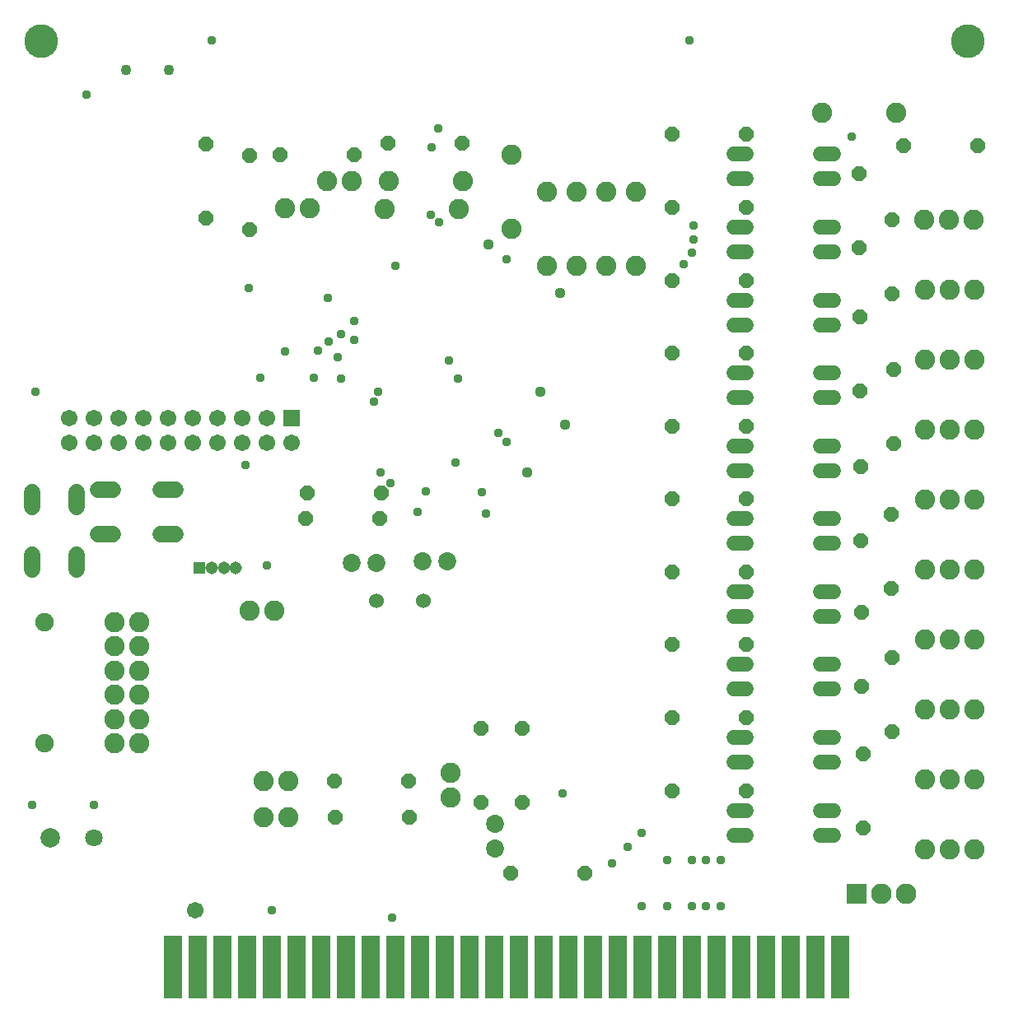
<source format=gbs>
G75*
%MOIN*%
%OFA0B0*%
%FSLAX25Y25*%
%IPPOS*%
%LPD*%
%AMOC8*
5,1,8,0,0,1.08239X$1,22.5*
%
%ADD10C,0.13650*%
%ADD11R,0.07300X0.25800*%
%ADD12C,0.04343*%
%ADD13R,0.05162X0.05162*%
%ADD14C,0.05162*%
%ADD15C,0.07099*%
%ADD16C,0.07887*%
%ADD17C,0.06000*%
%ADD18C,0.08200*%
%ADD19R,0.06737X0.06737*%
%ADD20C,0.06737*%
%ADD21C,0.06000*%
%ADD22R,0.08300X0.08300*%
%ADD23C,0.08300*%
%ADD24C,0.07300*%
%ADD25C,0.06800*%
%ADD26OC8,0.06000*%
%ADD27C,0.08182*%
%ADD28C,0.07493*%
%ADD29C,0.03778*%
%ADD30C,0.04369*%
%ADD31C,0.06706*%
D10*
X0013900Y0392500D03*
X0388900Y0392500D03*
D11*
X0067150Y0017500D03*
X0077150Y0017500D03*
X0087150Y0017500D03*
X0097150Y0017500D03*
X0107150Y0017500D03*
X0117150Y0017500D03*
X0127150Y0017500D03*
X0137150Y0017500D03*
X0147150Y0017500D03*
X0157150Y0017500D03*
X0167150Y0017500D03*
X0177150Y0017500D03*
X0187150Y0017500D03*
X0197150Y0017500D03*
X0207150Y0017500D03*
X0217150Y0017500D03*
X0227150Y0017500D03*
X0237150Y0017500D03*
X0247150Y0017500D03*
X0257150Y0017500D03*
X0267150Y0017500D03*
X0277150Y0017500D03*
X0287150Y0017500D03*
X0297150Y0017500D03*
X0307150Y0017500D03*
X0317150Y0017500D03*
X0327150Y0017500D03*
X0337150Y0017500D03*
D12*
X0065686Y0380776D03*
X0048363Y0380776D03*
D13*
X0077973Y0179123D03*
D14*
X0082894Y0179123D03*
X0087815Y0179123D03*
X0092737Y0179123D03*
D15*
X0035307Y0069846D03*
D16*
X0017590Y0069846D03*
D17*
X0294192Y0070866D02*
X0299392Y0070866D01*
X0299392Y0080866D02*
X0294192Y0080866D01*
X0294192Y0100394D02*
X0299392Y0100394D01*
X0299392Y0110394D02*
X0294192Y0110394D01*
X0294192Y0129921D02*
X0299392Y0129921D01*
X0299392Y0139921D02*
X0294192Y0139921D01*
X0294192Y0159449D02*
X0299392Y0159449D01*
X0299392Y0169449D02*
X0294192Y0169449D01*
X0294192Y0188976D02*
X0299392Y0188976D01*
X0299392Y0198976D02*
X0294192Y0198976D01*
X0294192Y0218504D02*
X0299392Y0218504D01*
X0299392Y0228504D02*
X0294192Y0228504D01*
X0294192Y0248031D02*
X0299392Y0248031D01*
X0299392Y0258031D02*
X0294192Y0258031D01*
X0294192Y0277559D02*
X0299392Y0277559D01*
X0299392Y0287559D02*
X0294192Y0287559D01*
X0294192Y0307087D02*
X0299392Y0307087D01*
X0299392Y0317087D02*
X0294192Y0317087D01*
X0294192Y0336614D02*
X0299392Y0336614D01*
X0299392Y0346614D02*
X0294192Y0346614D01*
X0329392Y0346614D02*
X0334592Y0346614D01*
X0334592Y0336614D02*
X0329392Y0336614D01*
X0329392Y0317087D02*
X0334592Y0317087D01*
X0334592Y0307087D02*
X0329392Y0307087D01*
X0329392Y0287559D02*
X0334592Y0287559D01*
X0334592Y0277559D02*
X0329392Y0277559D01*
X0329392Y0258031D02*
X0334592Y0258031D01*
X0334592Y0248031D02*
X0329392Y0248031D01*
X0329392Y0228504D02*
X0334592Y0228504D01*
X0334592Y0218504D02*
X0329392Y0218504D01*
X0329392Y0198976D02*
X0334592Y0198976D01*
X0334592Y0188976D02*
X0329392Y0188976D01*
X0329392Y0169449D02*
X0334592Y0169449D01*
X0334592Y0159449D02*
X0329392Y0159449D01*
X0329392Y0139921D02*
X0334592Y0139921D01*
X0334592Y0129921D02*
X0329392Y0129921D01*
X0329392Y0110394D02*
X0334592Y0110394D01*
X0334592Y0100394D02*
X0329392Y0100394D01*
X0329392Y0080866D02*
X0334592Y0080866D01*
X0334592Y0070866D02*
X0329392Y0070866D01*
D18*
X0371479Y0065039D03*
X0381479Y0065039D03*
X0391479Y0065039D03*
X0391479Y0093386D03*
X0381479Y0093386D03*
X0371479Y0093386D03*
X0371479Y0121732D03*
X0381479Y0121732D03*
X0391479Y0121732D03*
X0391479Y0150079D03*
X0381479Y0150079D03*
X0371479Y0150079D03*
X0371479Y0178425D03*
X0381479Y0178425D03*
X0391479Y0178425D03*
X0391479Y0206772D03*
X0381479Y0206772D03*
X0371479Y0206772D03*
X0371479Y0235118D03*
X0381479Y0235118D03*
X0391479Y0235118D03*
X0391479Y0263465D03*
X0381479Y0263465D03*
X0371479Y0263465D03*
X0371479Y0291811D03*
X0381479Y0291811D03*
X0391479Y0291811D03*
X0391279Y0320157D03*
X0381279Y0320157D03*
X0371279Y0320157D03*
X0359878Y0363508D03*
X0329878Y0363508D03*
X0254600Y0331400D03*
X0242600Y0331400D03*
X0230600Y0331400D03*
X0218600Y0331400D03*
X0204363Y0316513D03*
X0218600Y0301400D03*
X0230600Y0301400D03*
X0242600Y0301400D03*
X0254600Y0301400D03*
X0204363Y0346513D03*
X0184562Y0335630D03*
X0182895Y0324549D03*
X0154562Y0335630D03*
X0152895Y0324549D03*
X0139454Y0335634D03*
X0129454Y0335634D03*
X0122454Y0324635D03*
X0112454Y0324635D03*
X0108200Y0161600D03*
X0098200Y0161600D03*
X0103880Y0092795D03*
X0113880Y0092795D03*
X0113880Y0078031D03*
X0103880Y0078031D03*
X0179500Y0085900D03*
X0179500Y0095900D03*
D19*
X0115384Y0239744D03*
D20*
X0115384Y0229744D03*
X0105384Y0229744D03*
X0105384Y0239744D03*
X0095384Y0239744D03*
X0085384Y0239744D03*
X0085384Y0229744D03*
X0095384Y0229744D03*
X0075384Y0229744D03*
X0075384Y0239744D03*
X0065384Y0239744D03*
X0065384Y0229744D03*
X0055384Y0229744D03*
X0055384Y0239744D03*
X0045384Y0239744D03*
X0045384Y0229744D03*
X0035384Y0229744D03*
X0035384Y0239744D03*
X0025384Y0239744D03*
X0025384Y0229744D03*
D21*
X0149446Y0165571D03*
X0168446Y0165571D03*
D22*
X0343849Y0047173D03*
D23*
X0353849Y0047173D03*
X0363849Y0047173D03*
D24*
X0197600Y0065400D03*
X0197600Y0075400D03*
X0178361Y0181597D03*
X0168361Y0181597D03*
X0149692Y0181169D03*
X0139692Y0181169D03*
D25*
X0068429Y0192781D02*
X0062429Y0192781D01*
X0062429Y0210581D02*
X0068429Y0210581D01*
X0042829Y0210581D02*
X0036829Y0210581D01*
X0028194Y0209873D02*
X0028194Y0203873D01*
X0036829Y0192781D02*
X0042829Y0192781D01*
X0028194Y0184273D02*
X0028194Y0178273D01*
X0010394Y0178273D02*
X0010394Y0184273D01*
X0010394Y0203873D02*
X0010394Y0209873D01*
D26*
X0098390Y0315967D03*
X0080725Y0320634D03*
X0098390Y0345967D03*
X0110721Y0346299D03*
X0140721Y0346299D03*
X0154383Y0350965D03*
X0184383Y0350965D03*
X0269372Y0354606D03*
X0299372Y0354606D03*
X0299372Y0325079D03*
X0299372Y0295551D03*
X0299372Y0266024D03*
X0299372Y0236496D03*
X0269372Y0236496D03*
X0269372Y0266024D03*
X0269372Y0295551D03*
X0269372Y0325079D03*
X0344907Y0338583D03*
X0362813Y0349902D03*
X0392813Y0349902D03*
X0358135Y0319998D03*
X0344907Y0308583D03*
X0358135Y0289998D03*
X0345146Y0280792D03*
X0358855Y0259505D03*
X0345146Y0250792D03*
X0358855Y0229505D03*
X0345554Y0220208D03*
X0358066Y0200811D03*
X0345554Y0190208D03*
X0358066Y0170811D03*
X0345775Y0161098D03*
X0358232Y0142695D03*
X0345775Y0131098D03*
X0358232Y0112695D03*
X0346569Y0103786D03*
X0346569Y0073786D03*
X0299372Y0088858D03*
X0269372Y0088858D03*
X0269372Y0118386D03*
X0269372Y0147913D03*
X0269372Y0177441D03*
X0269372Y0206969D03*
X0299372Y0206969D03*
X0299372Y0177441D03*
X0299372Y0147913D03*
X0299372Y0118386D03*
X0233920Y0055394D03*
X0203920Y0055394D03*
X0208576Y0083941D03*
X0191791Y0083912D03*
X0162857Y0078031D03*
X0162660Y0092795D03*
X0191791Y0113912D03*
X0208576Y0113941D03*
X0132660Y0092795D03*
X0132857Y0078031D03*
X0120907Y0198934D03*
X0121433Y0209313D03*
X0151433Y0209313D03*
X0150907Y0198934D03*
X0080725Y0350634D03*
D27*
X0053443Y0157200D03*
X0053443Y0147357D03*
X0053443Y0137515D03*
X0053443Y0127672D03*
X0053443Y0117830D03*
X0053443Y0107987D03*
X0043600Y0107987D03*
X0043600Y0117830D03*
X0043600Y0127672D03*
X0043600Y0137515D03*
X0043600Y0147357D03*
X0043600Y0157200D03*
D28*
X0015332Y0157200D03*
X0015332Y0107987D03*
D29*
X0010399Y0082992D03*
X0035397Y0082992D03*
X0107389Y0040330D03*
X0156051Y0037330D03*
X0224930Y0087630D03*
X0251200Y0065983D03*
X0257000Y0071600D03*
X0267103Y0060839D03*
X0277197Y0060839D03*
X0282800Y0060800D03*
X0288800Y0060800D03*
X0288800Y0042200D03*
X0282800Y0042200D03*
X0277200Y0042074D03*
X0267100Y0042074D03*
X0257000Y0042200D03*
X0244904Y0059331D03*
X0194000Y0201200D03*
X0192311Y0209745D03*
X0181715Y0221645D03*
X0169473Y0210200D03*
X0166400Y0201800D03*
X0155309Y0213465D03*
X0151385Y0217645D03*
X0148732Y0246469D03*
X0150200Y0250400D03*
X0135258Y0255787D03*
X0134053Y0264263D03*
X0130337Y0270748D03*
X0126082Y0267013D03*
X0124407Y0256009D03*
X0112687Y0266744D03*
X0102617Y0256181D03*
X0130053Y0288438D03*
X0140600Y0279200D03*
X0135200Y0273800D03*
X0140719Y0271469D03*
X0157400Y0301400D03*
X0175041Y0319043D03*
X0171517Y0322043D03*
X0171872Y0349488D03*
X0174628Y0356969D03*
X0202187Y0304213D03*
X0179000Y0263000D03*
X0182600Y0255800D03*
X0198800Y0233600D03*
X0202400Y0230000D03*
X0273800Y0302000D03*
X0277400Y0306800D03*
X0278000Y0312200D03*
X0278000Y0317600D03*
X0341951Y0353819D03*
X0276200Y0392600D03*
X0097991Y0292438D03*
X0096724Y0220645D03*
X0105200Y0180200D03*
X0011700Y0250300D03*
X0032300Y0370700D03*
X0082896Y0392795D03*
D30*
X0194838Y0310118D03*
X0223841Y0290433D03*
X0215798Y0250463D03*
X0225809Y0236950D03*
X0210463Y0217636D03*
D31*
X0076203Y0040433D03*
M02*

</source>
